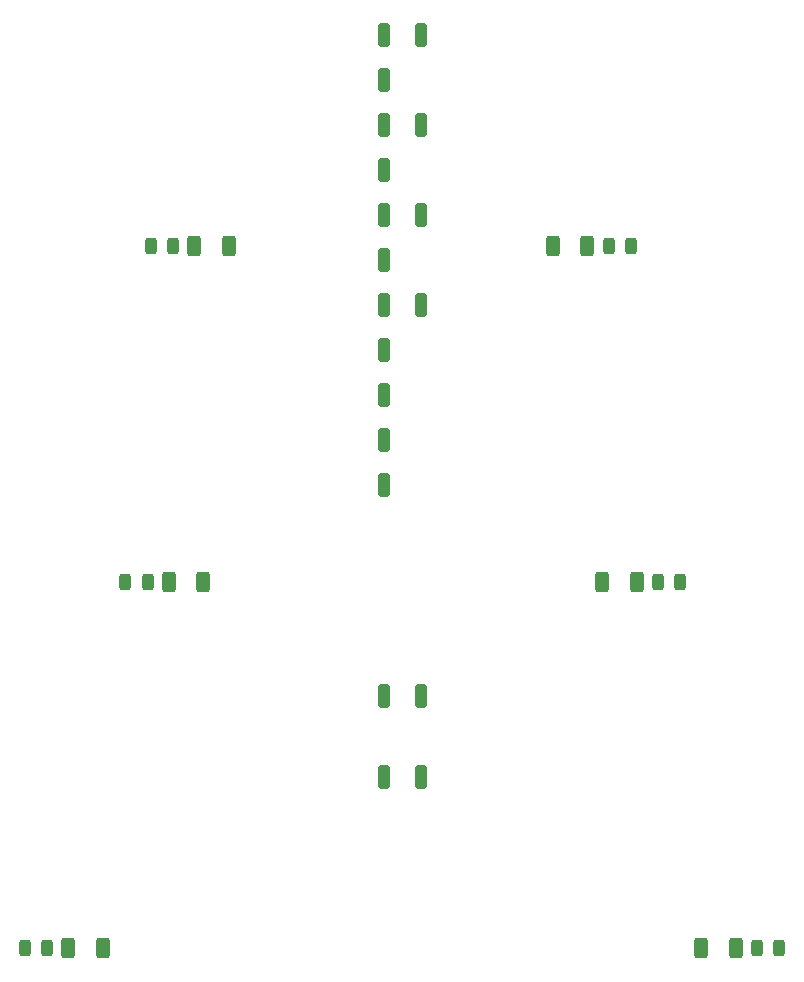
<source format=gts>
%TF.GenerationSoftware,KiCad,Pcbnew,(6.0.9)*%
%TF.CreationDate,2022-12-10T13:43:41+01:00*%
%TF.ProjectId,PartoDos,50617274-6f44-46f7-932e-6b696361645f,rev?*%
%TF.SameCoordinates,Original*%
%TF.FileFunction,Soldermask,Top*%
%TF.FilePolarity,Negative*%
%FSLAX46Y46*%
G04 Gerber Fmt 4.6, Leading zero omitted, Abs format (unit mm)*
G04 Created by KiCad (PCBNEW (6.0.9)) date 2022-12-10 13:43:41*
%MOMM*%
%LPD*%
G01*
G04 APERTURE LIST*
G04 Aperture macros list*
%AMRoundRect*
0 Rectangle with rounded corners*
0 $1 Rounding radius*
0 $2 $3 $4 $5 $6 $7 $8 $9 X,Y pos of 4 corners*
0 Add a 4 corners polygon primitive as box body*
4,1,4,$2,$3,$4,$5,$6,$7,$8,$9,$2,$3,0*
0 Add four circle primitives for the rounded corners*
1,1,$1+$1,$2,$3*
1,1,$1+$1,$4,$5*
1,1,$1+$1,$6,$7*
1,1,$1+$1,$8,$9*
0 Add four rect primitives between the rounded corners*
20,1,$1+$1,$2,$3,$4,$5,0*
20,1,$1+$1,$4,$5,$6,$7,0*
20,1,$1+$1,$6,$7,$8,$9,0*
20,1,$1+$1,$8,$9,$2,$3,0*%
G04 Aperture macros list end*
%ADD10RoundRect,0.250000X0.312500X0.625000X-0.312500X0.625000X-0.312500X-0.625000X0.312500X-0.625000X0*%
%ADD11RoundRect,0.250000X-0.312500X-0.625000X0.312500X-0.625000X0.312500X0.625000X-0.312500X0.625000X0*%
%ADD12RoundRect,0.250000X-0.250000X-0.750000X0.250000X-0.750000X0.250000X0.750000X-0.250000X0.750000X0*%
%ADD13RoundRect,0.243750X-0.243750X-0.456250X0.243750X-0.456250X0.243750X0.456250X-0.243750X0.456250X0*%
%ADD14RoundRect,0.243750X0.243750X0.456250X-0.243750X0.456250X-0.243750X-0.456250X0.243750X-0.456250X0*%
%ADD15RoundRect,0.250000X0.250000X0.750000X-0.250000X0.750000X-0.250000X-0.750000X0.250000X-0.750000X0*%
G04 APERTURE END LIST*
D10*
%TO.C,R6*%
X168721500Y-138430000D03*
X165796500Y-138430000D03*
%TD*%
%TO.C,R5*%
X160339500Y-107442000D03*
X157414500Y-107442000D03*
%TD*%
%TO.C,R4*%
X156148500Y-78994000D03*
X153223500Y-78994000D03*
%TD*%
D11*
%TO.C,R3*%
X112202500Y-138430000D03*
X115127500Y-138430000D03*
%TD*%
%TO.C,R2*%
X120711500Y-107442000D03*
X123636500Y-107442000D03*
%TD*%
%TO.C,R1*%
X122870500Y-78994000D03*
X125795500Y-78994000D03*
%TD*%
D12*
%TO.C,J7*%
X138938000Y-76327000D03*
%TD*%
%TO.C,J8*%
X138938000Y-83947000D03*
%TD*%
D13*
%TO.C,D2*%
X117045500Y-107442000D03*
X118920500Y-107442000D03*
%TD*%
D14*
%TO.C,D6*%
X172387500Y-138430000D03*
X170512500Y-138430000D03*
%TD*%
D12*
%TO.C,J20*%
X142113000Y-83947000D03*
%TD*%
%TO.C,J16*%
X138938000Y-61087000D03*
%TD*%
D14*
%TO.C,D4*%
X159863000Y-78994000D03*
X157988000Y-78994000D03*
%TD*%
D12*
%TO.C,J18*%
X142113000Y-68707000D03*
%TD*%
%TO.C,J19*%
X142113000Y-76327000D03*
%TD*%
%TO.C,J2*%
X138938000Y-80137000D03*
%TD*%
%TO.C,J31*%
X142113000Y-123952000D03*
%TD*%
D13*
%TO.C,D1*%
X119204500Y-78994000D03*
X121079500Y-78994000D03*
%TD*%
D14*
%TO.C,D5*%
X164005500Y-107442000D03*
X162130500Y-107442000D03*
%TD*%
D12*
%TO.C,J30*%
X142113000Y-117094000D03*
%TD*%
%TO.C,J6*%
X138938000Y-95377000D03*
%TD*%
%TO.C,J3*%
X138938000Y-87757000D03*
%TD*%
%TO.C,J17*%
X142113000Y-61087000D03*
%TD*%
%TO.C,J28*%
X138938000Y-117094000D03*
%TD*%
%TO.C,J12*%
X138938000Y-99187000D03*
%TD*%
D13*
%TO.C,D3*%
X108536500Y-138430000D03*
X110411500Y-138430000D03*
%TD*%
D12*
%TO.C,J14*%
X138938000Y-68707000D03*
%TD*%
%TO.C,J9*%
X138938000Y-91567000D03*
%TD*%
D15*
%TO.C,J1*%
X138938000Y-72517000D03*
%TD*%
D12*
%TO.C,J29*%
X138938000Y-123952000D03*
%TD*%
%TO.C,J15*%
X138938000Y-64897000D03*
%TD*%
M02*

</source>
